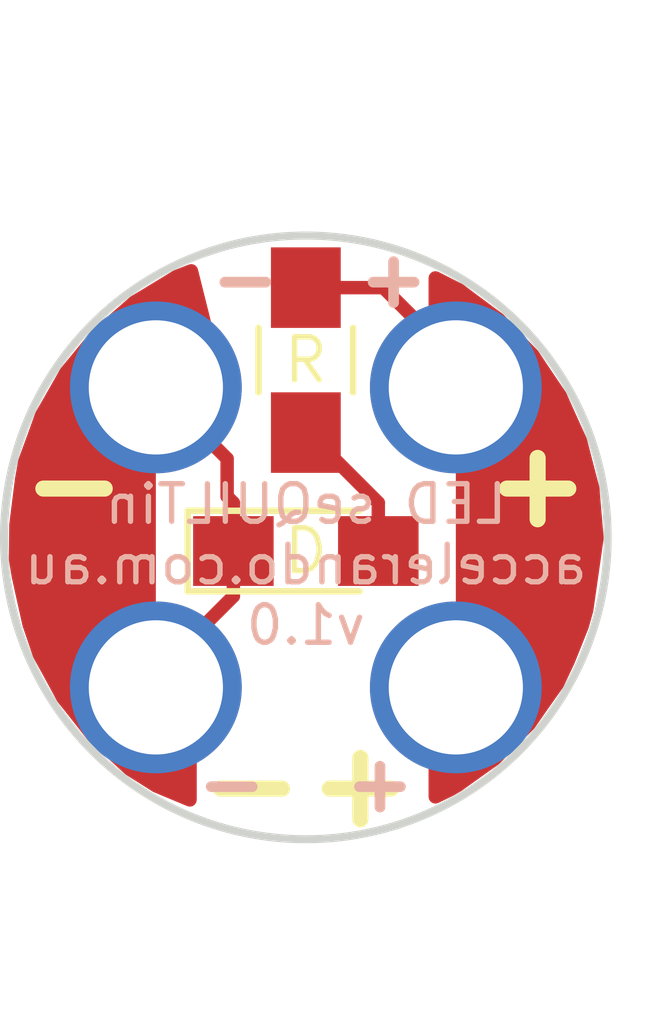
<source format=kicad_pcb>
(kicad_pcb (version 20171130) (host pcbnew "(5.0.1-3-g963ef8bb5)")

  (general
    (thickness 1.6)
    (drawings 6)
    (tracks 15)
    (zones 0)
    (modules 6)
    (nets 4)
  )

  (page A4)
  (layers
    (0 F.Cu signal hide)
    (31 B.Cu signal)
    (32 B.Adhes user)
    (33 F.Adhes user)
    (34 B.Paste user)
    (35 F.Paste user)
    (36 B.SilkS user)
    (37 F.SilkS user)
    (38 B.Mask user)
    (39 F.Mask user)
    (40 Dwgs.User user)
    (41 Cmts.User user)
    (42 Eco1.User user)
    (43 Eco2.User user)
    (44 Edge.Cuts user)
    (45 Margin user)
    (46 B.CrtYd user)
    (47 F.CrtYd user)
    (48 B.Fab user hide)
    (49 F.Fab user)
  )

  (setup
    (last_trace_width 0.25)
    (trace_clearance 0.2)
    (zone_clearance 0.508)
    (zone_45_only no)
    (trace_min 0.2)
    (segment_width 0.2)
    (edge_width 0.15)
    (via_size 0.8)
    (via_drill 0.4)
    (via_min_size 0.4)
    (via_min_drill 0.3)
    (uvia_size 0.3)
    (uvia_drill 0.1)
    (uvias_allowed no)
    (uvia_min_size 0.2)
    (uvia_min_drill 0.1)
    (pcb_text_width 0.3)
    (pcb_text_size 1.5 1.5)
    (mod_edge_width 0.15)
    (mod_text_size 1 1)
    (mod_text_width 0.15)
    (pad_size 3.2 3.2)
    (pad_drill 2.5)
    (pad_to_mask_clearance 0.051)
    (solder_mask_min_width 0.25)
    (aux_axis_origin 0 0)
    (visible_elements FFFFFF7F)
    (pcbplotparams
      (layerselection 0x010fc_ffffffff)
      (usegerberextensions false)
      (usegerberattributes false)
      (usegerberadvancedattributes false)
      (creategerberjobfile false)
      (excludeedgelayer true)
      (linewidth 0.100000)
      (plotframeref false)
      (viasonmask false)
      (mode 1)
      (useauxorigin false)
      (hpglpennumber 1)
      (hpglpenspeed 20)
      (hpglpendiameter 15.000000)
      (psnegative false)
      (psa4output false)
      (plotreference true)
      (plotvalue true)
      (plotinvisibletext false)
      (padsonsilk false)
      (subtractmaskfromsilk false)
      (outputformat 1)
      (mirror false)
      (drillshape 0)
      (scaleselection 1)
      (outputdirectory ""))
  )

  (net 0 "")
  (net 1 "Net-(D1-Pad2)")
  (net 2 GND)
  (net 3 VCC)

  (net_class Default "This is the default net class."
    (clearance 0.2)
    (trace_width 0.25)
    (via_dia 0.8)
    (via_drill 0.4)
    (uvia_dia 0.3)
    (uvia_drill 0.1)
    (add_net GND)
    (add_net "Net-(D1-Pad2)")
    (add_net VCC)
  )

  (module Accelerando:pin_sewable_1.3mm (layer F.Cu) (tedit 5BD50644) (tstamp 5BD4ED83)
    (at 137.668 38.862)
    (descr "solder Pin_ diameter 1.3mm, hole diameter 1.3mm, length 11.0mm")
    (tags "solder Pin_ pressfit")
    (path /5BD3CE9F)
    (fp_text reference + (at -1.778 1.778) (layer F.SilkS)
      (effects (font (size 1.5 1.5) (thickness 0.3)))
    )
    (fp_text value + (at 0 -2.05) (layer F.Fab)
      (effects (font (size 1 1) (thickness 0.15)))
    )
    (fp_circle (center 0 0) (end 1.25 -0.05) (layer F.Fab) (width 0.12))
    (fp_circle (center 0 0) (end 0.65 -0.05) (layer F.Fab) (width 0.12))
    (fp_circle (center 0 0) (end 1.8 0) (layer F.CrtYd) (width 0.05))
    (fp_text user %R (at 0 2.4) (layer F.Fab)
      (effects (font (size 1 1) (thickness 0.15)))
    )
    (pad 1 thru_hole circle (at 0 0) (size 3.2 3.2) (drill 2.5) (layers *.Cu *.Mask)
      (net 3 VCC))
    (model ${KISYS3DMOD}/Connectors.3dshapes/Pin_d1.3mm_L11.0mm.wrl
      (at (xyz 0 0 0))
      (scale (xyz 1 1 1))
      (rotate (xyz 0 0 0))
    )
  )

  (module Accelerando:pin_sewable_1.3mm (layer F.Cu) (tedit 5BD50C27) (tstamp 5BD4F998)
    (at 137.668 33.274)
    (descr "solder Pin_ diameter 1.3mm, hole diameter 1.3mm, length 11.0mm")
    (tags "solder Pin_ pressfit")
    (path /5BD3CFD0)
    (fp_text reference + (at 1.524 1.778) (layer F.SilkS)
      (effects (font (size 1.5 1.5) (thickness 0.3)))
    )
    (fp_text value MountingHole_Pad (at 0 -2.05) (layer F.Fab) hide
      (effects (font (size 1 1) (thickness 0.15)))
    )
    (fp_circle (center 0 0) (end 1.25 -0.05) (layer F.Fab) (width 0.12))
    (fp_circle (center 0 0) (end 0.65 -0.05) (layer F.Fab) (width 0.12))
    (fp_circle (center 0 0) (end 1.8 0) (layer F.CrtYd) (width 0.05))
    (fp_text user %R (at 0 2.4) (layer F.Fab)
      (effects (font (size 1 1) (thickness 0.15)))
    )
    (pad 1 thru_hole circle (at 0 0) (size 3.2 3.2) (drill 2.5) (layers *.Cu *.Mask)
      (net 3 VCC))
    (model ${KISYS3DMOD}/Connectors.3dshapes/Pin_d1.3mm_L11.0mm.wrl
      (at (xyz 0 0 0))
      (scale (xyz 1 1 1))
      (rotate (xyz 0 0 0))
    )
  )

  (module Accelerando:pin_sewable_1.3mm (layer F.Cu) (tedit 5BD50C13) (tstamp 5BD4EDE9)
    (at 132.08 38.862)
    (descr "solder Pin_ diameter 1.3mm, hole diameter 1.3mm, length 11.0mm")
    (tags "solder Pin_ pressfit")
    (path /5BD3D0A2)
    (fp_text reference - (at 1.778 1.778) (layer F.SilkS)
      (effects (font (size 1.5 1.5) (thickness 0.3)))
    )
    (fp_text value "" (at 0 -2.05) (layer F.Fab) hide
      (effects (font (size 1 1) (thickness 0.15)))
    )
    (fp_circle (center 0 0) (end 1.25 -0.05) (layer F.Fab) (width 0.12))
    (fp_circle (center 0 0) (end 0.65 -0.05) (layer F.Fab) (width 0.12))
    (fp_circle (center 0 0) (end 1.8 0) (layer F.CrtYd) (width 0.05))
    (fp_text user %R (at 0 2.4) (layer F.Fab)
      (effects (font (size 1 1) (thickness 0.15)))
    )
    (pad 1 thru_hole circle (at 0 0) (size 3.2 3.2) (drill 2.5) (layers *.Cu *.Mask)
      (net 2 GND))
    (model ${KISYS3DMOD}/Connectors.3dshapes/Pin_d1.3mm_L11.0mm.wrl
      (at (xyz 0 0 0))
      (scale (xyz 1 1 1))
      (rotate (xyz 0 0 0))
    )
  )

  (module Accelerando:pin_sewable_1.3mm (layer F.Cu) (tedit 5BD50C1F) (tstamp 5BD4ED6E)
    (at 132.08 33.274)
    (descr "solder Pin_ diameter 1.3mm, hole diameter 1.3mm, length 11.0mm")
    (tags "solder Pin_ pressfit")
    (path /5BD3D192)
    (fp_text reference - (at -1.524 1.778) (layer F.SilkS)
      (effects (font (size 1.5 1.5) (thickness 0.3)))
    )
    (fp_text value MountingHole_Pad (at 0 -2.05) (layer F.Fab) hide
      (effects (font (size 1 1) (thickness 0.15)))
    )
    (fp_text user %R (at 0 2.4) (layer F.Fab)
      (effects (font (size 1 1) (thickness 0.15)))
    )
    (fp_circle (center 0 0) (end 1.8 0) (layer F.CrtYd) (width 0.05))
    (fp_circle (center 0 0) (end 0.65 -0.05) (layer F.Fab) (width 0.12))
    (fp_circle (center 0 0) (end 1.25 -0.05) (layer F.Fab) (width 0.12))
    (pad 1 thru_hole circle (at 0 0) (size 3.2 3.2) (drill 2.5) (layers *.Cu *.Mask)
      (net 2 GND))
    (model ${KISYS3DMOD}/Connectors.3dshapes/Pin_d1.3mm_L11.0mm.wrl
      (at (xyz 0 0 0))
      (scale (xyz 1 1 1))
      (rotate (xyz 0 0 0))
    )
  )

  (module LEDs:LED_0805_HandSoldering (layer F.Cu) (tedit 5BD4F5BB) (tstamp 5BD4EED8)
    (at 134.874 36.322)
    (descr "Resistor SMD 0805, hand soldering")
    (tags "resistor 0805")
    (path /5BD3C5ED)
    (attr smd)
    (fp_text reference D (at 0 0) (layer F.SilkS)
      (effects (font (size 0.8 0.8) (thickness 0.1)))
    )
    (fp_text value LED (at 0 1.75) (layer F.Fab)
      (effects (font (size 1 1) (thickness 0.15)))
    )
    (fp_line (start -2.2 -0.75) (end -2.2 0.75) (layer F.SilkS) (width 0.12))
    (fp_line (start 2.35 0.9) (end -2.35 0.9) (layer F.CrtYd) (width 0.05))
    (fp_line (start 2.35 0.9) (end 2.35 -0.9) (layer F.CrtYd) (width 0.05))
    (fp_line (start -2.35 -0.9) (end -2.35 0.9) (layer F.CrtYd) (width 0.05))
    (fp_line (start -2.35 -0.9) (end 2.35 -0.9) (layer F.CrtYd) (width 0.05))
    (fp_line (start -2.2 -0.75) (end 1 -0.75) (layer F.SilkS) (width 0.12))
    (fp_line (start 1 0.75) (end -2.2 0.75) (layer F.SilkS) (width 0.12))
    (fp_line (start -1 -0.62) (end 1 -0.62) (layer F.Fab) (width 0.1))
    (fp_line (start 1 -0.62) (end 1 0.62) (layer F.Fab) (width 0.1))
    (fp_line (start 1 0.62) (end -1 0.62) (layer F.Fab) (width 0.1))
    (fp_line (start -1 0.62) (end -1 -0.62) (layer F.Fab) (width 0.1))
    (fp_line (start 0.2 -0.4) (end 0.2 0.4) (layer F.Fab) (width 0.1))
    (fp_line (start 0.2 0.4) (end -0.4 0) (layer F.Fab) (width 0.1))
    (fp_line (start -0.4 0) (end 0.2 -0.4) (layer F.Fab) (width 0.1))
    (fp_line (start -0.4 -0.4) (end -0.4 0.4) (layer F.Fab) (width 0.1))
    (pad 2 smd rect (at 1.35 0) (size 1.5 1.3) (layers F.Cu F.Paste F.Mask)
      (net 1 "Net-(D1-Pad2)"))
    (pad 1 smd rect (at -1.35 0) (size 1.5 1.3) (layers F.Cu F.Paste F.Mask)
      (net 2 GND))
    (model ${KISYS3DMOD}/LEDs.3dshapes/LED_0805.wrl
      (at (xyz 0 0 0))
      (scale (xyz 1 1 1))
      (rotate (xyz 0 0 0))
    )
  )

  (module Resistors_SMD:R_0805_HandSoldering (layer F.Cu) (tedit 5BD4F5B2) (tstamp 5BD4F013)
    (at 134.874 32.766 270)
    (descr "Resistor SMD 0805, hand soldering")
    (tags "resistor 0805")
    (path /5BD3C540)
    (attr smd)
    (fp_text reference R (at 0 0) (layer F.SilkS)
      (effects (font (size 0.8 0.8) (thickness 0.1)))
    )
    (fp_text value R (at 0 1.75 270) (layer F.Fab)
      (effects (font (size 1 1) (thickness 0.15)))
    )
    (fp_line (start 2.35 0.9) (end -2.35 0.9) (layer F.CrtYd) (width 0.05))
    (fp_line (start 2.35 0.9) (end 2.35 -0.9) (layer F.CrtYd) (width 0.05))
    (fp_line (start -2.35 -0.9) (end -2.35 0.9) (layer F.CrtYd) (width 0.05))
    (fp_line (start -2.35 -0.9) (end 2.35 -0.9) (layer F.CrtYd) (width 0.05))
    (fp_line (start -0.6 -0.88) (end 0.6 -0.88) (layer F.SilkS) (width 0.12))
    (fp_line (start 0.6 0.88) (end -0.6 0.88) (layer F.SilkS) (width 0.12))
    (fp_line (start -1 -0.62) (end 1 -0.62) (layer F.Fab) (width 0.1))
    (fp_line (start 1 -0.62) (end 1 0.62) (layer F.Fab) (width 0.1))
    (fp_line (start 1 0.62) (end -1 0.62) (layer F.Fab) (width 0.1))
    (fp_line (start -1 0.62) (end -1 -0.62) (layer F.Fab) (width 0.1))
    (fp_text user %R (at 0 0 270) (layer F.Fab)
      (effects (font (size 0.5 0.5) (thickness 0.075)))
    )
    (pad 2 smd rect (at 1.35 0 270) (size 1.5 1.3) (layers F.Cu F.Paste F.Mask)
      (net 1 "Net-(D1-Pad2)"))
    (pad 1 smd rect (at -1.35 0 270) (size 1.5 1.3) (layers F.Cu F.Paste F.Mask)
      (net 3 VCC))
    (model ${KISYS3DMOD}/Resistors_SMD.3dshapes/R_0805.wrl
      (at (xyz 0 0 0))
      (scale (xyz 1 1 1))
      (rotate (xyz 0 0 0))
    )
  )

  (dimension 2.54 (width 0.2) (layer Dwgs.User)
    (gr_text "2.540 mm" (at 137.668 26.094) (layer Dwgs.User)
      (effects (font (size 1 1) (thickness 0.2)))
    )
    (feature1 (pts (xy 138.938 33.274) (xy 138.938 27.607579)))
    (feature2 (pts (xy 136.398 33.274) (xy 136.398 27.607579)))
    (crossbar (pts (xy 136.398 28.194) (xy 138.938 28.194)))
    (arrow1a (pts (xy 138.938 28.194) (xy 137.811496 28.780421)))
    (arrow1b (pts (xy 138.938 28.194) (xy 137.811496 27.607579)))
    (arrow2a (pts (xy 136.398 28.194) (xy 137.524504 28.780421)))
    (arrow2b (pts (xy 136.398 28.194) (xy 137.524504 27.607579)))
  )
  (dimension 11.176 (width 0.2) (layer Dwgs.User)
    (gr_text "11.176 mm" (at 134.874 46.55) (layer Dwgs.User)
      (effects (font (size 1 1) (thickness 0.2)))
    )
    (feature1 (pts (xy 140.462 36.068) (xy 140.462 45.036421)))
    (feature2 (pts (xy 129.286 36.068) (xy 129.286 45.036421)))
    (crossbar (pts (xy 129.286 44.45) (xy 140.462 44.45)))
    (arrow1a (pts (xy 140.462 44.45) (xy 139.335496 45.036421)))
    (arrow1b (pts (xy 140.462 44.45) (xy 139.335496 43.863579)))
    (arrow2a (pts (xy 129.286 44.45) (xy 130.412504 45.036421)))
    (arrow2b (pts (xy 129.286 44.45) (xy 130.412504 43.863579)))
  )
  (gr_text "+  -" (at 134.874 40.64) (layer B.SilkS) (tstamp 5BD50AE3)
    (effects (font (size 1 1) (thickness 0.2)) (justify mirror))
  )
  (gr_text "+  -" (at 135.128 31.242) (layer B.SilkS)
    (effects (font (size 1 1) (thickness 0.2)) (justify mirror))
  )
  (gr_text "LED seQUILTin\naccelerando.com.au\nv1.0" (at 134.874 36.576) (layer B.SilkS)
    (effects (font (size 0.7 0.7) (thickness 0.1)) (justify mirror))
  )
  (gr_circle (center 134.874 36.068) (end 140.208 37.846) (layer Edge.Cuts) (width 0.15))

  (segment (start 134.918 34.116) (end 134.874 34.116) (width 0.25) (layer F.Cu) (net 1))
  (segment (start 136.224 35.422) (end 134.918 34.116) (width 0.25) (layer F.Cu) (net 1))
  (segment (start 136.224 36.322) (end 136.224 35.422) (width 0.25) (layer F.Cu) (net 1))
  (segment (start 133.524 37.164) (end 133.524 36.322) (width 0.25) (layer F.Cu) (net 2))
  (segment (start 131.826 38.862) (end 133.524 37.164) (width 0.25) (layer F.Cu) (net 2))
  (segment (start 133.524 35.422) (end 133.408 35.306) (width 0.25) (layer F.Cu) (net 2))
  (segment (start 133.524 36.322) (end 133.524 35.422) (width 0.25) (layer F.Cu) (net 2))
  (segment (start 133.408 35.306) (end 133.408 34.602) (width 0.25) (layer F.Cu) (net 2))
  (segment (start 133.408 34.602) (end 132.08 33.274) (width 0.25) (layer F.Cu) (net 2))
  (segment (start 136.318 31.416) (end 137.922 33.02) (width 0.25) (layer F.Cu) (net 3))
  (segment (start 134.874 31.416) (end 136.318 31.416) (width 0.25) (layer F.Cu) (net 3))
  (segment (start 138.43 37.846) (end 138.43 33.528) (width 0.25) (layer F.Cu) (net 3))
  (segment (start 137.922 38.354) (end 138.43 37.846) (width 0.25) (layer F.Cu) (net 3))
  (segment (start 138.43 33.528) (end 137.922 33.02) (width 0.25) (layer F.Cu) (net 3))
  (segment (start 137.922 38.862) (end 137.922 38.354) (width 0.25) (layer F.Cu) (net 3))

  (zone (net 2) (net_name GND) (layer F.Cu) (tstamp 5BD51064) (hatch edge 0.508)
    (connect_pads yes (clearance 0))
    (min_thickness 0.254)
    (fill yes (arc_segments 16) (thermal_gap 0) (thermal_bridge_width 0.508) (smoothing fillet))
    (polygon
      (pts
        (xy 132.842 30.988) (xy 133.35 33.02) (xy 132.08 34.798) (xy 132.08 37.338) (xy 132.842 38.862)
        (xy 132.842 41.148) (xy 131.318 40.513) (xy 129.794 38.608) (xy 129.286 36.322) (xy 129.54 34.29)
        (xy 130.302 32.512) (xy 131.826 31.242) (xy 132.842 30.734)
      )
    )
    (filled_polygon
      (pts
        (xy 133.212568 32.993906) (xy 131.976656 34.724183) (xy 131.956274 34.76935) (xy 131.953 34.798) (xy 131.953 37.338)
        (xy 131.966408 37.394796) (xy 132.715 38.89198) (xy 132.715 40.9575) (xy 132.085607 40.695253) (xy 131.596752 40.385614)
        (xy 130.916133 39.771706) (xy 130.348682 39.051897) (xy 129.910623 38.24677) (xy 129.719273 37.686287) (xy 129.518133 36.781156)
        (xy 129.468728 36.474424) (xy 129.474867 35.834972) (xy 129.581096 34.985138) (xy 129.640627 34.655927) (xy 129.953365 33.794347)
        (xy 130.406799 32.997778) (xy 130.987965 32.288996) (xy 131.680243 31.688267) (xy 132.463842 31.212768) (xy 132.740017 31.103701)
      )
    )
  )
  (zone (net 3) (net_name VCC) (layer F.Cu) (tstamp 5BD51061) (hatch edge 0.508)
    (connect_pads yes (clearance 0))
    (min_thickness 0.254)
    (fill yes (arc_segments 16) (thermal_gap 0) (thermal_bridge_width 0.508) (smoothing fillet))
    (polygon
      (pts
        (xy 137.16 30.988) (xy 137.16 32.004) (xy 137.668 33.274) (xy 137.668 38.862) (xy 137.16 38.862)
        (xy 137.16 41.148) (xy 138.684 40.259) (xy 139.7 38.862) (xy 140.208 37.592) (xy 140.462 35.814)
        (xy 140.208 34.036) (xy 139.446 32.766) (xy 138.176 31.496)
      )
    )
    (filled_polygon
      (pts
        (xy 137.73038 31.461131) (xy 138.465752 32.008263) (xy 139.098425 32.671475) (xy 139.610309 33.431804) (xy 139.986767 34.267511)
        (xy 140.217035 35.154698) (xy 140.29453 36.068) (xy 140.294321 36.08972) (xy 140.104256 37.420182) (xy 140.020839 37.717942)
        (xy 139.760075 38.369852) (xy 139.558827 38.794635) (xy 139.032442 39.544997) (xy 138.387153 40.195941) (xy 137.707746 40.681453)
        (xy 137.553309 40.771541) (xy 137.287 40.900567) (xy 137.287 38.989) (xy 137.668 38.989) (xy 137.716601 38.979333)
        (xy 137.757803 38.951803) (xy 137.785333 38.910601) (xy 137.795 38.862) (xy 137.795 33.274) (xy 137.785917 33.226833)
        (xy 137.287 31.979541) (xy 137.287 31.235705)
      )
    )
  )
)

</source>
